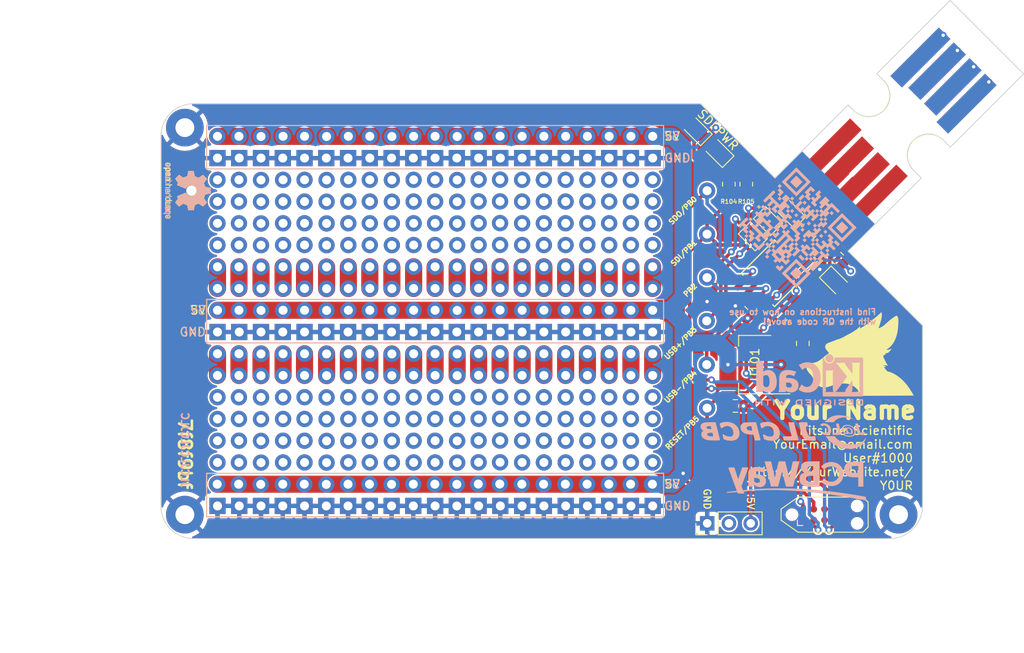
<source format=kicad_pcb>
(kicad_pcb (version 20211014) (generator pcbnew)
  (layers (0 "F.Cu" signal) (31 "B.Cu" signal) (34 "B.Paste" user) (35 "F.Paste" user) (36 "B.SilkS" user "B.Silkscreen") (37 "F.SilkS" user "F.Silkscreen") (38 "B.Mask" user) (39 "F.Mask" user) (44 "Edge.Cuts" user))
  (property "CALLSIGN" "Y0UR")
  (property "DISCORD" "User#1000")
  (property "EMAIL" "YourEmail@email.com")
  (property "FULL_REVISION" "7f8f9bf")
  (property "ISSUE" "2022-08-10")
  (property "KENWOODFOX_3DMODELS" "Hardware/Buisness Card/Libraries/kenwoodfox-kicad-libraries/3d")
  (property "NAME" "Your Name")
  (property "REVISION" "7f8f9bf")
  (property "WEBSITE" "https://YourWebsite.net/")
  (net 0 "")
  (net 1 "/SDO")
  (net 2 "/SDI")
  (net 3 "Net-(C101-Pad1)")
  (net 5 "+5V")
  (net 6 "Net-(D101-Pad1)")
  (net 7 "Net-(D102-Pad1)")
  (net 8 "Net-(D103-Pad1)")
  (net 9 "Net-(D104-Pad1)")
  (net 10 "GND")
  (net 12 "/USB+")
  (net 13 "/USB-")
  (net 14 "/SCK")
  (net 17 "/RST")
  (net 20 "Net-(JP101-Pad2)")
  (net 21 "Net-(JP102-Pad2)")
  (footprint "Jumper:SolderJumper-2_P1.3mm_Open_Pad1.0x1.5mm" (layer "F.Cu") (at 185.166 89.916 135)
    (fp_text reference "JP102" hide)
    (fp_text value "SolderJumper_2_Open" hide)
  )
  (footprint "Package_TO_SOT_SMD:SOT-223-3_TabPin2" (layer "F.Cu") (at 183.642 106.68 180)
    (fp_text reference "U101")
    (fp_text value "NCP1117-12_SOT223" hide)
  )
  (footprint "Jumper:SolderJumper-2_P1.3mm_Open_Pad1.0x1.5mm" (layer "F.Cu") (at 183.388 91.694 135)
    (fp_text reference "JP101" hide)
    (fp_text value "SolderJumper_2_Open" hide)
  )
  (footprint "Package_SO:SOIC-8W_5.3x5.3mm_P1.27mm" (layer "F.Cu") (at 185.928 96.012 -135)
    (fp_text reference "U102" hide)
    (fp_text value "ATtiny85-20S")
  )
  (footprint "Capacitor_SMD:C_0805_2012Metric" (layer "F.Cu") (at 186.69 101.092 45)
    (fp_text reference "C103" hide)
    (fp_text value "4.7uf")
  )
  (footprint "Connector:Tag-Connect_TC2050-IDC-NL_2x05_P1.27mm_Vertical" (layer "F.Cu") (at 191.77 124.206)
    (fp_text reference "J103" hide)
    (fp_text value "Tag Connect")
  )
  (footprint "MountingHole:MountingHole_2.2mm_M2_Pad" (layer "F.Cu") (at 117.094 78.994)
    (fp_text reference "H101" hide)
    (fp_text value "MountingHole_Pad" hide)
  )
  (footprint "Resistor_SMD:R_0805_2012Metric" (layer "F.Cu") (at 189.738 90.932 -135)
    (fp_text reference "R102" hide)
    (fp_text value "68R")
  )
  (footprint "LED_SMD:LED_0805_2012Metric" (layer "F.Cu") (at 179.324 81.788 135)
    (fp_text reference "D104" hide)
    (fp_text value "PWR")
  )
  (footprint "Diode_SMD:D_0805_2012Metric" (layer "F.Cu") (at 187.706 88.9 135)
    (fp_text reference "D101" hide)
    (fp_text value "3.6 Zener")
  )
  (footprint "Resistor_SMD:R_0805_2012Metric" (layer "F.Cu") (at 191.124765 92.339235 -135)
    (fp_text reference "R103" hide)
    (fp_text value "68R")
  )
  (footprint "KenwoodFox:KITSUNE_LOGO" (layer "F.Cu") (at 195.834 105.41)
    (fp_text reference "G***")
    (fp_text value "LOGO" hide)
  )
  (footprint "MountingHole:MountingHole_2.2mm_M2_Pad" (layer "F.Cu") (at 117.094 124.206)
    (fp_text reference "H102" hide)
    (fp_text value "MountingHole_Pad" hide)
  )
  (footprint "Resistor_SMD:R_0805_2012Metric" (layer "F.Cu") (at 193.294 94.234 135)
    (fp_text reference "R101" hide)
    (fp_text value "1K5")
  )
  (footprint "Connectors:usb-PCB" (layer "F.Cu") (at 198.755 80.645 135)
    (fp_text reference "J101" hide)
    (fp_text value "USB_A" hide)
  )
  (footprint "Symbol:OSHW-Logo2_7.3x6mm_SilkScreen" (layer "F.Cu") (at 117.348 86.36 -90)
    (fp_text reference "REF**" hide)
    (fp_text value "OSHW-Logo2_7.3x6mm_SilkScreen" hide)
  )
  (footprint "LED_SMD:LED_0805_2012Metric" (layer "F.Cu") (at 176.784 79.248 135)
    (fp_text reference "D103" hide)
    (fp_text value "SDI")
  )
  (footprint "Capacitor_SMD:C_0805_2012Metric" (layer "F.Cu") (at 181.356 111.506 180)
    (fp_text reference "C101" hide)
    (fp_text value "1μf")
  )
  (footprint "MountingHole:MountingHole_2.2mm_M2_Pad" (layer "F.Cu") (at 200.406 124.206)
    (fp_text reference "H103" hide)
    (fp_text value "MountingHole_Pad" hide)
  )
  (footprint "Connector_PinHeader_2.54mm:PinHeader_1x03_P2.54mm_Vertical" (layer "F.Cu") (at 178.069 125.222 90)
    (fp_text reference "J102" hide)
    (fp_text value "Conn_01x03_Male" hide)
  )
  (footprint "Capacitor_SMD:C_0805_2012Metric" (layer "F.Cu") (at 189.23 104.206 90)
    (fp_text reference "C102" hide)
    (fp_text value "0.1μf")
  )
  (footprint "Resistor_SMD:R_0805_2012Metric" (layer "F.Cu") (at 180.594 85.598 90)
    (fp_text reference "R104")
    (fp_text value "1K")
  )
  (footprint "Diode_SMD:D_0805_2012Metric" (layer "F.Cu") (at 193.04 97.028 -45)
    (fp_text reference "D102" hide)
    (fp_text value "3.6 Zener")
  )
  (footprint "BuisnessCardSpecial:ProtoBoardLayout" (layer "F.Cu") (at 171.704 101.6)
    (fp_text reference "U103" hide)
    (fp_text value "ProtoBoard")
  )
  (footprint "Connectors:usb-PCB" (layer "F.Cu") (at 202.184 76.962 -45)
    (fp_text reference "P1" hide)
    (fp_text value "USB_A" hide)
  )
  (footprint "Resistor_SMD:R_0805_2012Metric" (layer "F.Cu") (at 182.626 85.598 90)
    (fp_text reference "R105")
    (fp_text value "1K")
  )
  (footprint "Panelization:mouse-bite-5mm-slot" (layer "F.Cu") (at 200.406 78.74 135)
    (fp_text reference "mouse-bite-5mm-slot" hide)
    (fp_text value "VAL**" hide)
  )
  (footprint "Capacitor_SMD:C_0805_2012Metric" (layer "F.Cu") (at 182.118 100.584 135)
    (fp_text reference "C104" hide)
    (fp_text value "0.1uf")
  )
  (footprint "Aesthetics:pcbway20x8" (layer "B.Cu") (at 188.468 119.634 180)
    (fp_text reference "G***" hide)
    (fp_text value "LOGO" hide)
  )
  (footprint "Connectors:usb-PCB" (layer "B.Cu") (at 202.184 76.962 135)
    (fp_text reference "P1" hide)
    (fp_text value "USB_A" hide)
  )
  (footprint "Symbol:OSHW-Logo2_7.3x6mm_SilkScreen" (layer "B.Cu") (at 117.348 86.36 90)
    (fp_text reference "REF**" hide)
    (fp_text value "OSHW-Logo2_7.3x6mm_SilkScreen" hide)
  )
  (footprint "BuisnessCardSpecial:ProtoCard" (layer "B.Cu") (at 188.468 90.678 135)
    (fp_text reference "G***" hide)
    (fp_text value "LOGO" hide)
  )
  (footprint "BuisnessCardSpecial:JLCPCB" (layer "B.Cu") (at 186.943509 114.159322 180)
    (fp_text reference "G***" hide)
    (fp_text value "LOGO" hide)
  )
  (footprint "Symbol:KiCad-Logo2_5mm_SilkScreen" (layer "B.Cu") (at 189.992 108.458 180)
    (fp_text reference "REF**" hide)
    (fp_text value "KiCad-Logo2_5mm_SilkScreen" hide)
  )
  (gr_line (start 199.39 127) (end 118.11 127) (layer "Edge.Cuts") (width 0.1))
  (gr_line (start 195.2 77) (end 194.5132 76.3524) (layer "Edge.Cuts") (width 0.1))
  (gr_line (start 215.011 72.7202) (end 206.4512 81.28) (layer "Edge.Cuts") (width 0.1))
  (gr_line (start 185.9788 84.8868) (end 194.5132 76.3524) (layer "Edge.Cuts") (width 0.1))
  (gr_arc (start 203.2 123.19) (mid 202.084077 125.884077) (end 199.39 127) (layer "Edge.Cuts") (width 0.1))
  (gr_line (start 215.011 72.7202) (end 206.4258 64.135) (layer "Edge.Cuts") (width 0.1))
  (gr_arc (start 118.11 127) (mid 115.415923 125.884077) (end 114.3 123.19) (layer "Edge.Cuts") (width 0.1))
  (gr_line (start 198.6788 73.5076) (end 197.866 72.6948) (layer "Edge.Cuts") (width 0.1))
  (gr_line (start 203.0476 84.8868) (end 202.146 83.946) (layer "Edge.Cuts") (width 0.1))
  (gr_line (start 177.292 76.2) (end 185.9788 84.8868) (layer "Edge.Cuts") (width 0.1))
  (gr_arc (start 114.3 80.01) (mid 115.415923 77.315923) (end 118.11 76.2) (layer "Edge.Cuts") (width 0.1))
  (gr_line (start 194.5132 93.4212) (end 203.2 102.108) (layer "Edge.Cuts") (width 0.1))
  (gr_line (start 197.866 72.6948) (end 206.4258 64.135) (layer "Edge.Cuts") (width 0.1))
  (gr_arc (start 198.6788 73.5076) (mid 198.6856 76.9932) (end 195.2 77) (layer "Edge.Cuts") (width 0.1))
  (gr_line (start 206.4512 81.28) (end 205.6384 80.4672) (layer "Edge.Cuts") (width 0.1))
  (gr_line (start 194.5132 93.4212) (end 203.0476 84.8868) (layer "Edge.Cuts") (width 0.1))
  (gr_line (start 118.11 76.2) (end 177.292 76.2) (layer "Edge.Cuts") (width 0.1))
  (gr_line (start 203.2 102.108) (end 203.2 123.19) (layer "Edge.Cuts") (width 0.1))
  (gr_arc (start 202.146 83.946) (mid 202.1528 80.4604) (end 205.6384 80.4672) (layer "Edge.Cuts") (width 0.1))
  (gr_line (start 114.3 123.19) (end 114.3 80.01) (layer "Edge.Cuts") (width 0.1))
  (gr_text "JLCJLCJLCJLC" (at 117.094 121.158 -90) (layer "B.SilkS") (effects (font (size 0.85 0.85) (thickness 0.2)) (justify left mirror)))
  (gr_text "Find instructions on how to use\nwith the QR code above!" (at 197.866 101.092) (layer "B.SilkS") (effects (font (size 0.7 0.7) (thickness 0.16)) (justify left mirror)))
  (gr_text "${NAME}" (at 202.692 112.014) (layer "F.SilkS") (effects (font (size 2 2) (thickness 0.5)) (justify right)))
  (gr_text "Kitsune Scientific\n${EMAIL}\n${DISCORD}\n${WEBSITE}\n${CALLSIGN}" (at 202.184 117.602) (layer "F.SilkS") (effects (font (size 1 1)) (justify right)))
  (gr_text "${FULL_REVISION}" (at 117.094 121.412 270) (layer "F.SilkS") (effects (font (size 1.5 1.5) (thickness 0.3)) (justify right)))
  (gr_text "GND" (at 178.054 123.698 -90) (layer "F.SilkS") (effects (font (size 0.8 0.8)) (justify right)))
  (gr_text "5V" (at 183.134 123.698 270) (layer "F.SilkS") (effects (font (size 0.8 0.8)) (justify right)))
  (segment (start 164.084 97.79) (end 164.084 95.25) (width 2) (layer "F.Cu") (net 0))
  (segment (start 133.639373 105.429805) (end 133.639373 107.969805) (width 2) (layer "F.Cu") (net 0))
  (segment (start 156.464 97.79) (end 156.464 95.25) (width 2) (layer "F.Cu") (net 0))
  (segment (start 161.544 97.79) (end 161.544 95.25) (width 2) (layer "F.Cu") (net 0))
  (segment (start 141.259373 97.809805) (end 141.259373 95.269805) (width 2) (layer "F.Cu") (net 0))
  (segment (start 143.799373 105.41) (end 143.799373 107.95) (width 2) (layer "F.Cu") (net 0))
  (segment (start 125.984 97.809805) (end 125.984 95.269805) (width 2) (layer "F.Cu") (net 0))
  (segment (start 153.888627 97.770195) (end 153.888627 95.230195) (width 2) (layer "F.Cu") (net 0))
  (segment (start 128.559373 97.79) (end 128.559373 95.25) (width 2) (layer "F.Cu") (net 0))
  (segment (start 161.544 105.41) (end 161.544 107.95) (width 2) (layer "F.Cu") (net 0))
  (segment (start 153.888627 105.390195) (end 153.888627 107.930195) (width 2) (layer "F.Cu") (net 0))
  (segment (start 131.064 97.79) (end 131.064 95.25) (width 2) (layer "F.Cu") (net 0))
  (segment (start 123.408627 97.79) (end 123.408627 95.25) (width 2) (layer "F.Cu") (net 0))
  (segment (start 166.624 105.41) (end 166.624 107.95) (width 2) (layer "F.Cu") (net 0))
  (segment (start 169.164 97.79) (end 169.164 95.25) (width 2) (layer "F.Cu") (net 0))
  (segment (start 148.879373 97.809805) (end 148.879373 95.269805) (width 2) (layer "F.Cu") (net 0))
  (segment (start 146.304 105.41) (end 146.304 107.95) (width 2) (layer "F.Cu") (net 0))
  (segment (start 151.384 105.390195) (end 151.384 107.930195) (width 2) (layer "F.Cu") (net 0))
  (segment (start 120.904 97.79) (end 120.904 95.25) (width 2) (layer "F.Cu") (net 0))
  (segment (start 171.704 97.79) (end 171.704 95.25) (width 2) (layer "F.Cu") (net 0))
  (segment (start 146.304 97.79) (end 146.304 95.25) (width 2) (layer "F.Cu") (net 0))
  (segment (start 133.639373 97.809805) (end 133.639373 95.269805) (width 2) (layer "F.Cu") (net 0))
  (segment (start 141.259373 105.429805) (end 141.259373 107.969805) (width 2) (layer "F.Cu") (net 0))
  (segment (start 159.004 97.79) (end 159.004 95.25) (width 2) (layer "F.Cu") (net 0))
  (segment (start 125.984 105.429805) (end 125.984 107.969805) (width 2) (layer "F.Cu") (net 0))
  (segment (start 123.408627 105.41) (end 123.408627 107.95) (width 2) (layer "F.Cu") (net 0))
  (segment (start 151.384 97.770195) (end 151.384 95.230195) (width 2) (layer "F.Cu") (net 0))
  (segment (start 164.084 105.41) (end 164.084 107.95) (width 2) (layer "F.Cu") (net 0))
  (segment (start 128.559373 105.41) (end 128.559373 107.95) (width 2) (layer "F.Cu") (net 0))
  (segment (start 148.879373 105.429805) (end 148.879373 107.969805) (width 2) (layer "F.Cu") (net 0))
  (segment (start 138.684 105.41) (end 138.684 107.95) (width 2) (layer "F.Cu") (net 0))
  (segment (start 120.904 105.41) (end 120.904 107.95) (width 2) (layer "F.Cu") (net 0))
  (segment (start 171.704 105.41) (end 171.704 107.95) (width 2) (layer "F.Cu") (net 0))
  (segment (start 131.064 105.41) (end 131.064 107.95) (width 2) (layer "F.Cu") (net 0))
  (segment (start 136.179373 97.79) (end 136.179373 95.25) (width 2) (layer "F.Cu") (net 0))
  (segment (start 166.624 97.79) (end 166.624 95.25) (width 2) (layer "F.Cu") (net 0))
  (segment (start 159.004 105.41) (end 159.004 107.95) (width 2) (layer "F.Cu") (net 0))
  (segment (start 143.799373 97.79) (end 143.799373 95.25) (width 2) (layer "F.Cu") (net 0))
  (segment (start 169.164 105.41) (end 169.164 107.95) (width 2) (layer "F.Cu") (net 0))
  (segment (start 136.179373 105.41) (end 136.179373 107.95) (width 2) (layer "F.Cu") (net 0))
  (segment (start 138.684 97.79) (end 138.684 95.25) (width 2) (layer "F.Cu") (net 0))
  (segment (start 156.464 105.41) (end 156.464 107.95) (width 2) (layer "F.Cu") (net 0))
  (via (at 210.947 73.66) (size 0.8) (drill 0.4) (layers "F.Cu" "B.Cu") (net 0))
  (via (at 205.613 68.199) (size 0.8) (drill 0.4) (layers "F.Cu" "B.Cu") (net 0))
  (via (at 209.169 71.882) (size 0.8) (drill 0.4) (layers "F.Cu" "B.Cu") (net 0))
  (via (at 207.264 69.977) (size 0.8) (drill 0.4) (layers "F.Cu" "B.Cu") (net 0))
  (segment (start 189.23 123.571) (end 189.23 122.936) (width 0.4) (layer "F.Cu") (net 1))
  (segment (start 177.546 109.474) (end 175.26 107.188) (width 0.4) (layer "F.Cu") (net 1))
  (segment (start 189.23 122.936) (end 188.976 122.682) (width 0.4) (layer "F.Cu") (net 1))
  (segment (start 175.26 107.188) (end 175.26 89.154) (width 0.4) (layer "F.Cu") (net 1))
  (segment (start 178.562 109.474) (end 177.546 109.474) (width 0.4) (layer "F.Cu") (net 1))
  (segment (start 175.26 89.154) (end 178.054 86.36) (width 0.4) (layer "F.Cu") (net 1))
  (segment (start 183.388 95.857923) (end 182.000022 97.245901) (width 0.4) (layer "F.Cu") (net 1))
  (segment (start 183.388 95.758) (end 183.388 95.857923) (width 0.4) (layer "F.Cu") (net 1))
  (via (at 183.388 95.758) (size 0.8) (drill 0.4) (layers "F.Cu" "B.Cu") (net 1))
  (via (at 178.562 109.474) (size 0.8) (drill 0.4) (layers "F.Cu" "B.Cu") (net 1))
  (via (at 188.976 122.682) (size 0.8) (drill 0.4) (layers "F.Cu" "B.Cu") (net 1))
  (segment (start 178.054 86.36) (end 178.054 87.884) (width 0.4) (layer "B.Cu") (net 1))
  (segment (start 181.61 95.758) (end 183.388 95.758) (width 0.4) (layer "B.Cu") (net 1))
  (segment (start 188.976 117.044629) (end 181.405371 109.474) (width 0.4) (layer "B.Cu") (net 1))
  (segment (start 179.578 93.726) (end 181.61 95.758) (width 0.4) (layer "B.Cu") (net 1))
  (segment (start 179.578 89.408) (end 179.578 93.726) (width 0.4) (layer "B.Cu") (net 1))
  (segment (start 188.976 122.682) (end 188.976 117.044629) (width 0.4) (layer "B.Cu") (net 1))
  (segment (start 178.054 87.884) (end 179.578 89.408) (width 0.4) (layer "B.Cu") (net 1))
  (segment (start 181.405371 109.474) (end 178.562 109.474) (width 0.4) (layer "B.Cu") (net 1))
  (segment (start 178.562 108.458) (end 177.546 108.458) (width 0.4) (layer "F.Cu") (net 2))
  (segment (start 190.5 125.476) (end 191.008 125.984) (width 0.4) (layer "F.Cu") (net 2))
  (segment (start 180.594 87.63) (end 178.054 90.17) (width 0.4) (layer "F.Cu") (net 2))
  (segment (start 178.054 90.17) (end 178.054 91.44) (width 0.4) (layer "F.Cu") (net 2))
  (segment (start 176.022 106.934) (end 176.022 93.472) (width 0.4) (layer "F.Cu") (net 2))
  (segment (start 176.022 93.472) (end 178.054 91.44) (width 0.4) (layer "F.Cu") (net 2))
  (segment (start 184.404 94.742) (end 184.404 96.637974) (width 0.4) (layer "F.Cu") (net 2))
  (segment (start 179.324 92.71) (end 182.372 92.71) (width 0.4) (layer "F.Cu") (net 2))
  (segment (start 177.546 108.458) (end 176.022 106.934) (width 0.4) (layer "F.Cu") (net 2))
  (segment (start 178.054 91.44) (end 179.324 92.71) (width 0.4) (layer "F.Cu") (net 2))
  (segment (start 182.372 92.71) (end 184.404 94.742) (width 0.4) (layer "F.Cu") (net 2))
  (segment (start 184.404 96.637974) (end 182.898047 98.143927) (width 0.4) (layer "F.Cu") (net 2))
  (segment (start 190.5 124.841) (end 190.5 125.476) (width 0.4) (layer "F.Cu") (net 2))
  (segment (start 180.594 86.5105) (end 180.594 87.63) (width 0.4) (layer "F.Cu") (net 2))
  (via (at 191.008 125.984) (size 0.8) (drill 0.4) (layers "F.Cu" "B.Cu") (net 2))
  (via (at 178.562 108.458) (size 0.8) (drill 0.4) (layers "F.Cu" "B.Cu") (net 2))
  (segment (start 191.008 125.984) (end 191.008 125.182629) (width 0.4) (layer "B.Cu") (net 2))
  (segment (start 182.118 108.712) (end 180.848 108.712) (width 0.4) (layer "B.Cu") (net 2))
  (segment (start 180.848 108.712) (end 178.816 108.712) (width 0.4) (layer "B.Cu") (net 2))
  (segment (start 189.992 122.428) (end 189.992 116.586) (width 0.4) (layer "B.Cu") (net 2))
  (segment (start 191.008 125.182629) (end 189.992 124.166629) (width 0.4) (layer "B.Cu") (net 2))
  (segment (start 189.992 116.586) (end 189.23 115.824) (width 0.4) (layer "B.Cu") (net 2))
  (segment (start 178.816 108.712) (end 178.562 108.458) (width 0.4) (layer "B.Cu") (net 2))
  (segment (start 189.23 115.824) (end 182.118 108.712) (width 0.4) (layer "B.Cu") (net 2))
  (segment (start 189.992 124.166629) (end 189.992 122.428) (width 0.4) (layer "B.Cu") (net 2))
  (segment (start 184.912 109.982) (end 184.912 104.902) (width 0.4) (layer "F.Cu") (net 3))
  (segment (start 185.434 104.38) (end 186.792 104.38) (width 0.4) (layer "F.Cu") (net 3))
  (segment (start 184.912 104.902) (end 185.434 104.38) (width 0.4) (layer "F.Cu") (net 3))
  (segment (start 182.306 111.506) (end 183.388 111.506) (width 0.4) (layer "F.Cu") (net 3))
  (segment (start 183.388 111.506) (end 184.912 109.982) (width 0.4) (layer "F.Cu") (net 3))
  (via (at 182.306 111.506) (size 0.8) (drill 0.4) (layers "F.Cu" "B.Cu") (net 3))
  (segment (start 183.149 125.222) (end 183.149 114.315) (width 0.4) (layer "B.Cu") (net 3))
  (segment (start 182.306 113.472) (end 182.306 111.506) (width 0.4) (layer "B.Cu") (net 3))
  (segment (start 183.149 114.315) (end 182.306 113.472) (width 0.4) (layer "B.Cu") (net 3))
  (segment (start 120.904 100.33) (end 171.704 100.33) (width 2) (layer "F.Cu") (net 5))
  (segment (start 183.461502 100.584) (end 184.050077 100.584) (width 0.4) (layer "F.Cu") (net 5))
  (segment (start 186.182 98.552) (end 186.082077 98.552) (width 0.4) (layer "F.Cu") (net 5))
  (segment (start 190.5 122.7455) (end 190.5 123.571) (width 0.4) (layer "F.Cu") (net 5))
  (segment (start 185.166 100.911502) (end 186.018249 101.763751) (width 0.4) (layer "F.Cu") (net 5))
  (segment (start 179.07 78.994) (end 179.578 79.502) (width 0.4) (layer "F.Cu") (net 5))
  (segment (start 179.578 80.208174) (end 178.661087 81.125087) (width 0.4) (layer "F.Cu") (net 5))
  (segment (start 187.706 106.68) (end 186.792 106.68) (width 0.4) (layer "F.Cu") (net 5))
  (segment (start 184.694099 99.939978) (end 185.166 100.411879) (width 0.4) (layer "F.Cu") (net 5))
  (segment (start 186.082077 98.552) (end 184.694099 99.939978) (width 0.4) (layer "F.Cu") (net 5))
  (segment (start 175.26 119.888) (end 177.038 121.666) (width 0.4) (layer "F.Cu") (net 5))
  (segment (start 193.939235 94.879235) (end 194.818 95.758) (width 0.4) (layer "F.Cu") (net 5))
  (segment (start 176.121087 78.585087) (end 176.728174 77.978) (width 0.4) (layer "F.Cu") (net 5))
  (segment (start 182.789751 101.255751) (end 183.461502 100.584) (width 0.4) (layer "F.Cu") (net 5))
  (segment (start 179.578 79.502) (end 179.578 80.208174) (width 0.4) (layer "F.Cu") (net 5))
  (segment (start 120.904 80.01) (end 171.704 80.01) (width 2) (layer "F.Cu") (net 5))
  (segment (start 177.038 121.666) (end 189.4205 121.666) (width 0.4) (layer "F.Cu") (net 5))
  (segment (start 177.292 77.978) (end 178.054 77.978) (width 0.4) (layer "F.Cu") (net 5))
  (segment (start 189.23 105.156) (end 187.706 106.68) (width 0.4) (layer "F.Cu") (net 5))
  (segment (start 176.728174 77.978) (end 177.292 77.978) (width 0.4) (layer "F.Cu") (net 5))
  (segment (start 189.4205 121.666) (end 190.5 122.7455) (width 0.4) (layer "F.Cu") (net 5))
  (segment (start 171.668627 120.65) (end 120.868627 120.65) (width 2) (layer "F.Cu") (net 5))
  (segment (start 175.26 119.38) (end 175.26 119.888) (width 0.4) (layer "F.Cu") (net 5))
  (segment (start 184.050077 100.584) (end 184.694099 99.939978) (width 0.4) (layer "F.Cu") (net 5))
  (segment (start 185.166 100.411879) (end 185.166 100.911502) (width 0.4) (layer "F.Cu") (net 5))
  (segment (start 178.054 77.978) (end 179.07 78.994) (width 0.4) (layer "F.Cu") (net 5))
  (via (at 182.789751 101.255751) (size 0.8) (drill 0.4) (layers "F.Cu" "B.Cu") (net 5))
  (via (at 194.818 95.758) (size 0.8) (drill 0.4) (layers "F.Cu" "B.Cu") (net 5))
  (via (at 175.26 119.38) (size 0.8) (drill 0.4) (layers "F.Cu" "B.Cu") (net 5))
  (via (at 179.07 78.994) (size 0.8) (drill 0.4) (layers "F.Cu" "B.Cu") (net 5))
  (via (at 186.69 106.68) (size 0.8) (drill 0.4) (layers "F.Cu" "B.Cu") (net 5))
  (via (at 180.492 106.68) (size 0.8) (drill 0.4) (layers "F.Cu" "B.Cu") (net 5))
  (via (at 186.182 98.552) (size 0.8) (drill 0.4) (layers "F.Cu" "B.Cu") (net 5))
  (segment (start 175.26 101.854) (end 175.26 104.14) (width 2) (layer "B.Cu") (net 5))
  (segment (start 175.26 98.806) (end 175.26 81.28) (width 2) (layer "B.Cu") (net 5))
  (segment (start 176.784 81.28) (end 175.26 81.28) (width 0.4) (layer "B.Cu") (net 5))
  (segment (start 175.26 104.14) (end 175.26 119.38) (width 2) (layer "B.Cu") (net 5))
  (segment (start 173.736 100.33) (end 175.26 101.854) (width 2) (layer "B.Cu") (net 5))
  (segment (start 175.26 104.14) (end 179.324 104.14) (width 2) (layer "B.Cu") (net 5))
  (segment (start 182.789751 101.255751) (end 182.208249 101.255751) (width 0.4) (layer "B.Cu") (net 5))
  (segment (start 175.26 119.38) (end 173.99 120.65) (width 2) (layer "B.Cu") (net 5))
  (segment (start 180.492 105.308) (end 180.492 106.68) (width 2) (layer "B.Cu") (net 5))
  (segment (start 179.324 104.14) (end 180.492 105.308) (width 2) (layer "B.Cu") (net 5))
  (segment (start 186.182 98.552) (end 190.246 94.488) (width 0.4) (layer "B.Cu") (net 5))
  (segment (start 193.548 94.488) (end 194.818 95.758) (width 0.4) (layer "B.Cu") (net 5))
  (segment (start 186.69 106.68) (end 180.492 106.68) (width 0.4) (layer "B.Cu") (net 5))
  (segment (start 173.736 100.33) (end 175.26 98.806) (width 2) (layer "B.Cu") (net 5))
  (segment (start 173.99 120.65) (end 171.668627 120.65) (width 2) (layer "B.Cu") (net 5))
  (segment (start 171.704 100.33) (end 173.736 100.33) (width 2) (layer "B.Cu") (net 5))
  (segment (start 175.26 81.28) (end 173.99 80.01) (width 2) (layer "B.Cu") (net 5))
  (segment (start 179.07 78.994) (end 176.784 81.28) (width 0.4) (layer "B.Cu") (net 5))
  (segment (start 173.99 80.01) (end 171.704 80.01) (width 2) (layer "B.Cu") (net 5))
  (segment (start 190.246 94.488) (end 193.548 94.488) (width 0.4) (layer "B.Cu") (net 5))
  (segment (start 182.208249 101.255751) (end 179.324 104.14) (width 0.4) (layer "B.Cu") (net 5))
  (segment (start 190.01247 89.916) (end 190.383235 90.286765) (width 0.4) (layer "F.Cu") (net 6))
  (segment (start 190.383235 90.286765) (end 190.754 89.916) (width 0.971341) (layer "F.Cu") (net 6))
  (segment (start 190.754 87.63) (end 194.194161 84.189839) (width 0.971341) (layer "F.Cu") (net 6))
  (segment (start 188.368913 89.562913) (end 188.722 89.916) (width 0.4) (layer "F.Cu") (net 6))
  (segment (start 194.194161 84.189839) (end 194.194161 83.367361) (width 0.971341) (layer "F.Cu") (net 6))
  (segment (start 190.754 89.916) (end 190.754 87.63) (width 0.971341) (layer "F.Cu") (net 6))
  (segment (start 188.722 89.916) (end 190.01247 89.916) (width 0.4) (layer "F.Cu") (net 6))
  (segment (start 192.648765 92.572765) (end 191.77 91.694) (width 0.4) (layer "F.Cu") (net 7))
  (segment (start 196.032639 85.205839) (end 195.210161 85.205839) (width 0.971341) (layer "F.Cu") (net 7))
  (segment (start 192.024 88.392) (end 192.024 91.44) (width 0.971341) (layer "F.Cu") (net 7))
  (segment (start 192.377087 96.365087) (end 192.377087 93.860443) (width 0.4) (layer "F.Cu") (net 7))
  (segment (start 192.648765 93.588765) (end 192.648765 92.572765) (width 0.4) (layer "F.Cu") (net 7))
  (segment (start 195.210161 85.205839) (end 192.024 88.392) (width 0.971341) (layer "F.Cu") (net 7))
  (segment (start 192.024 91.44) (end 191.77 91.694) (width 0.971341) (layer "F.Cu") (net 7))
  (segment (start 192.377087 93.860443) (end 192.648765 93.588765) (width 0.4) (layer "F.Cu") (net 7))
  (segment (start 177.391087 79.910913) (end 176.53 80.772) (width 0.4) (layer "F.Cu") (net 8))
  (segment (start 177.446913 79.910913) (end 177.391087 79.910913) (width 0.4) (layer "F.Cu") (net 8))
  (segment (start 176.53 82.55) (end 178.6655 84.6855) (width 0.4) (layer "F.Cu") (net 8))
  (segment (start 178.6655 84.6855) (end 180.594 84.6855) (width 0.4) (layer "F.Cu") (net 8))
  (segment (start 176.53 80.772) (end 176.53 82.55) (width 0.4) (layer "F.Cu") (net 8))
  (segment (start 181.864 81.788) (end 182.626 82.55) (width 0.4) (layer "F.Cu") (net 9))
  (segment (start 182.626 82.55) (end 182.626 84.6855) (width 0.4) (layer "F.Cu") (net 9))
  (segment (start 180.649826 81.788) (end 181.864 81.788) (width 0.4) (layer "F.Cu") (net 9))
  (segment (start 179.986913 82.450913) (end 180.649826 81.788) (width 0.4) (layer "F.Cu") (net 9))
  (segment (start 197.9301 86.858054) (end 194.110154 90.678) (width 1.9) (layer "F.Cu") (net 10))
  (via (at 181.356 99.822) (size 0.8) (drill 0.4) (layers "F.Cu" "B.Cu") (net 10))
  (via (at 117.856 86.36) (size 1.8) (drill 1.2) (layers "F.Cu" "B.Cu") (net 10))
  (via (at 178.054 99.314) (size 0.8) (drill 0.4) (layers "F.Cu" "B.Cu") (net 10))
  (via (at 191.2112 95.5548) (size 0.8) (drill 0.4) (layers "F.Cu" "B.Cu") (net 10))
  (segment (start 188.957953 93.880073) (end 189.853556 92.98447) (width 0.2) (layer "F.Cu") (net 12))
  (segment (start 186.436 94.742) (end 188.096026 94.742) (width 0.2) (layer "F.Cu") (net 12))
  (segment (start 188.096026 94.742) (end 188.957953 93.880073) (width 0.2) (layer "F.Cu") (net 12))
  (segment (start 189.853556 92.98447) (end 190.47953 92.98447) (width 0.2) (layer "F.Cu") (net 12))
  (segment (start 183.847619 92.153619) (end 186.436 94.742) (width 0.2) (layer "F.Cu") (net 12))
  (segment (start 185.674 92.71) (end 186.69 93.726) (width 0.2) (layer "F.Cu") (net 13))
  (segment (start 187.315974 93.726) (end 188.059927 92.982047) (width 0.2) (layer "F.Cu") (net 13))
  (segment (start 186.69 93.726) (end 187.315974 93.726) (width 0.2) (layer "F.Cu") (net 13))
  (segment (start 185.674 91.948) (end 185.674 92.71) (width 0.2) (layer "F.Cu") (net 13))
  (segment (start 185.625619 90.375619) (end 186.182 90.932) (width 0.2) (layer "F.Cu") (net 13))
  (segment (start 189.092765 91.949209) (end 188.059927 92.982047) (width 0.2) (layer "F.Cu") (net 13))
  (segment (start 186.182 91.44) (end 185.674 91.948) (width 0.2) (layer "F.Cu") (net 13))
  (segment (start 189.092765 91.577235) (end 189.092765 91.949209) (width 0.2) (layer "F.Cu") (net 13))
  (segment (start 186.182 90.932) (end 186.182 91.44) (width 0.2) (layer "F.Cu") (net 13))
  (segment (start 182.626 107.696) (end 182.626 104.394) (width 0.4) (layer "F.Cu") (net 14))
  (segment (start 182.626 104.394) (end 180.848 102.616) (width 0.4) (layer "F.Cu") (net 14))
  (segment (start 183.796073 99.159927) (end 183.796073 99.041953) (width 0.4) (layer "F.Cu") (net 14))
  (segment (start 193.04 125.222) (end 192.278 125.984) (width 0.4) (layer "F.Cu") (net 14))
  (segment (start 182.88 100.076) (end 183.796073 99.159927) (width 0.4) (layer "F.Cu") (net 14))
  (segment (start 193.04 124.841) (end 193.04 125.222) (width 0.4) (layer "F.Cu") (net 14))
  (segment (start 184.912 97.926026) (end 183.796073 99.041953) (width 0.4) (layer "F.Cu") (net 14))
  (segment (start 180.848 102.616) (end 180.848 101.783289) (width 0.4) (layer "F.Cu") (net 14))
  (segment (start 182.555289 100.076) (end 182.88 100.076) (width 0.4) (layer "F.Cu") (net 14))
  (segment (start 180.848 101.783289) (end 182.555289 100.076) (width 0.4) (layer "F.Cu") (net 14))
  (segment (start 184.912 97.79) (end 184.912 97.926026) (width 0.4) (layer "F.Cu") (net 14))
  (via (at 184.912 97.79) (size 0.8) (drill 0.4) (layers "F.Cu" "B.Cu") (net 14))
  (via (at 182.626 107.696) (size 0.8) (drill 0.4) (layers "F.Cu" "B.Cu") (net 14))
  (via (at 192.278 125.984) (size 0.8) (drill 0.4) (layers "F.Cu" "B.Cu") (net 14))
  (segment (start 179.324 97.79) (end 184.912 97.79) (width 0.4) (layer "B.Cu") (net 14))
  (segment (start 191.77 116.84) (end 182.626 107.696) (width 0.4) (layer "B.Cu") (net 14))
  (segment (start 191.77 125.476) (end 191.77 123.952) (width 0.4) (layer "B.Cu") (net 14))
  (segment (start 192.278 125.984) (end 191.77 125.476) (width 0.4) (layer "B.Cu") (net 14))
  (segment (start 178.054 96.52) (end 179.324 97.79) (width 0.4) (layer "B.Cu") (net 14))
  (segment (start 191.77 123.952) (end 191.77 116.84) (width 0.4) (layer "B.Cu") (net 14))
  (segment (start 191.389 120.65) (end 179.07 120.65) (width 0.4) (layer "F.Cu") (net 17))
  (segment (start 194.31 123.571) (end 191.389 120.65) (width 0.4) (layer "F.Cu") (net 17))
  (segment (start 188.468 98.044) (end 188.468 96.166077) (width 0.4) (layer "F.Cu") (net 17))
  (segment (start 178.054 111.76) (end 179.832 109.982) (width 0.4) (layer "F.Cu") (net 17))
  (segment (start 178.054 119.634) (end 178.054 111.76) (width 0.4) (layer "F.Cu") (net 17))
  (segment (start 179.07 120.65) (end 178.054 119.634) (width 0.4) (layer "F.Cu") (net 17))
  (segment (start 182.626 109.982) (end 184.312 108.296) (width 0.4) (layer "F.Cu") (net 17))
  (segment (start 184.312 108.296) (end 184.312 102.708) (width 0.4) (layer "F.Cu") (net 17))
  (segment (start 184.312 102.708) (end 184.658 102.362) (width 0.4) (layer "F.Cu") (net 17))
  (segment (start 179.832 109.982) (end 182.626 109.982) (width 0.4) (layer "F.Cu") (net 17))
  (segment (start 188.468 96.166077) (end 189.855978 94.778099) (width 0.4) (layer "F.Cu") (net 17))
  (via (at 188.468 98.044) (size 0.8) (drill 0.4) (layers "F.Cu" "B.Cu") (net 17))
  (via (at 184.658 102.362) (size 0.8) (drill 0.4) (layers "F.Cu" "B.Cu") (net 17))
  (segment (start 188.468 98.552) (end 184.658 102.362) (width 0.4) (layer "B.Cu") (net 17))
  (segment (start 188.468 98.044) (end 188.468 98.552) (width 0.4) (layer "B.Cu") (net 17))
  (segment (start 178.013219 101.570816) (end 179.648 99.936035) (width 0.4) (layer "F.Cu") (net 20))
  (segment (start 179.648 94.749727) (end 180.888227 93.5095) (width 0.4) (layer "F.Cu") (net 20))
  (segment (start 179.648 99.936035) (end 179.648 94.749727) (width 0.4) (layer "F.Cu") (net 20))
  (segment (start 181.356 89.662) (end 182.928381 91.234381) (width 0.4) (layer "F.Cu") (net 20))
  (via (at 180.888227 93.5095) (size 0.8) (drill 0.4) (layers "F.Cu" "B.Cu") (net 20))
  (via (at 181.356 89.662) (size 0.8) (drill 0.4) (layers "F.Cu" "B.Cu") (net 20))
  (segment (start 180.888227 93.5095) (end 181.356 93.041727) (width 0.4) (layer "B.Cu") (net 20))
  (segment (start 181.356 93.041727) (end 181.356 89.662) (width 0.4) (layer "B.Cu") (net 20))
  (segment (start 180.248 102.2) (end 180.248 95.342) (width 0.4) (layer "F.Cu") (net 21))
  (segment (start 178.013219 106.68) (end 178.013219 104.434781) (width 0.4) (layer "F.Cu") (net 21))
  (segment (start 178.013219 104.434781) (end 180.248 102.2) (width 0.4) (layer "F.Cu") (net 21))
  (segment (start 182.88 88.392) (end 183.642 88.392) (width 0.4) (layer "F.Cu") (net 21))
  (segment (start 183.642 88.392) (end 184.706381 89.456381) (width 0.4) (layer "F.Cu") (net 21))
  (segment (start 180.248 95.342) (end 181.864 93.726) (width 0.4) (layer "F.Cu") (net 21))
  (via (at 181.864 93.726) (size 0.8) (drill 0.4) (layers "F.Cu" "B.Cu") (net 21))
  (via (at 182.88 88.392) (size 0.8) (drill 0.4) (layers "F.Cu" "B.Cu") (net 21))
  (segment (start 181.864 93.726) (end 182.88 92.71) (width 0.4) (layer "B.Cu") (net 21))
  (segment (start 182.88 92.71) (end 182.88 88.392) (width 0.4) (layer "B.Cu") (net 21))
  (zone (net 10) (net_name "GND") (layers F&B.Cu) (name "GND") (connect_pads (clearance 0)) (min_thickness 0.254) (fill yes (thermal_gap 0.508) (thermal_bridge_width 0.508))
    (polygon (pts (xy 177.292 76.2) (xy 192.2145 91.1225) (xy 195.0085 88.3285) (xy 196.469 89.789) (xy 193.675 92.583) (xy 203.2 102.108) (xy 203.2 127) (xy 114.3 127) (xy 114.3 76.2)))
  )
  (zone (net 10) (net_name "GND") (layer "B.Cu") (connect_pads (clearance 0)) (min_thickness 0.254) (fill yes (thermal_gap 0.508) (thermal_bridge_width 0.508))
    (polygon (pts (xy 197.712131 90.32387) (xy 194.564 93.472) (xy 185.928 84.836) (xy 189.076131 81.68787)))
  )
)
</source>
